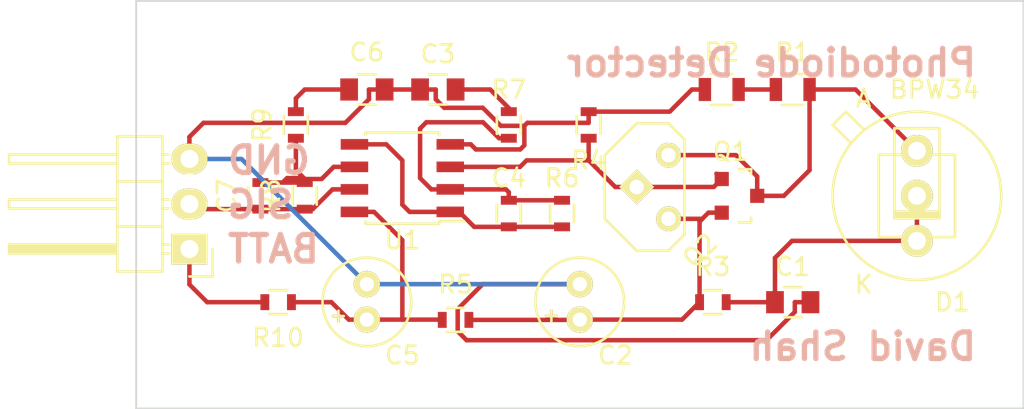
<source format=kicad_pcb>
(kicad_pcb (version 20171130) (host pcbnew "(5.1.12)-1")

  (general
    (thickness 1.6)
    (drawings 9)
    (tracks 134)
    (zones 0)
    (modules 22)
    (nets 15)
  )

  (page A4)
  (layers
    (0 F.Cu signal)
    (31 B.Cu signal)
    (32 B.Adhes user hide)
    (33 F.Adhes user hide)
    (34 B.Paste user hide)
    (35 F.Paste user hide)
    (36 B.SilkS user hide)
    (37 F.SilkS user hide)
    (38 B.Mask user hide)
    (39 F.Mask user hide)
    (40 Dwgs.User user hide)
    (41 Cmts.User user hide)
    (42 Eco1.User user hide)
    (43 Eco2.User user hide)
    (44 Edge.Cuts user)
    (45 Margin user hide)
    (46 B.CrtYd user hide)
    (47 F.CrtYd user hide)
    (48 B.Fab user hide)
    (49 F.Fab user hide)
  )

  (setup
    (last_trace_width 0.254)
    (trace_clearance 0.254)
    (zone_clearance 0.3)
    (zone_45_only no)
    (trace_min 0.254)
    (via_size 0.889)
    (via_drill 0.635)
    (via_min_size 0.889)
    (via_min_drill 0.508)
    (uvia_size 0.508)
    (uvia_drill 0.127)
    (uvias_allowed no)
    (uvia_min_size 0.508)
    (uvia_min_drill 0.127)
    (edge_width 0.1)
    (segment_width 0.2)
    (pcb_text_width 0.3)
    (pcb_text_size 1.5 1.5)
    (mod_edge_width 0.15)
    (mod_text_size 1 1)
    (mod_text_width 0.15)
    (pad_size 1.8 1.8)
    (pad_drill 1)
    (pad_to_mask_clearance 0)
    (aux_axis_origin 0 0)
    (visible_elements 7FFFFFFF)
    (pcbplotparams
      (layerselection 0x010f0_80000001)
      (usegerberextensions false)
      (usegerberattributes true)
      (usegerberadvancedattributes true)
      (creategerberjobfile true)
      (excludeedgelayer true)
      (linewidth 0.100000)
      (plotframeref false)
      (viasonmask false)
      (mode 1)
      (useauxorigin false)
      (hpglpennumber 1)
      (hpglpenspeed 20)
      (hpglpendiameter 15.000000)
      (psnegative false)
      (psa4output false)
      (plotreference true)
      (plotvalue false)
      (plotinvisibletext false)
      (padsonsilk false)
      (subtractmaskfromsilk false)
      (outputformat 1)
      (mirror false)
      (drillshape 0)
      (scaleselection 1)
      (outputdirectory "gerber/"))
  )

  (net 0 "")
  (net 1 /BIAS)
  (net 2 GND)
  (net 3 "Net-(C2-Pad1)")
  (net 4 "Net-(C3-Pad1)")
  (net 5 "Net-(C4-Pad1)")
  (net 6 "Net-(C4-Pad2)")
  (net 7 VCC)
  (net 8 "Net-(C6-Pad1)")
  (net 9 /SIG_OUT)
  (net 10 "Net-(C7-Pad2)")
  (net 11 /DIODE_OUT)
  (net 12 +BATT)
  (net 13 "Net-(Q1-Pad1)")
  (net 14 "Net-(R1-Pad1)")

  (net_class Default "This is the default net class."
    (clearance 0.254)
    (trace_width 0.254)
    (via_dia 0.889)
    (via_drill 0.635)
    (uvia_dia 0.508)
    (uvia_drill 0.127)
    (add_net +BATT)
    (add_net /BIAS)
    (add_net /DIODE_OUT)
    (add_net /SIG_OUT)
    (add_net GND)
    (add_net "Net-(C2-Pad1)")
    (add_net "Net-(C3-Pad1)")
    (add_net "Net-(C4-Pad1)")
    (add_net "Net-(C4-Pad2)")
    (add_net "Net-(C6-Pad1)")
    (add_net "Net-(C7-Pad2)")
    (add_net "Net-(Q1-Pad1)")
    (add_net "Net-(R1-Pad1)")
    (add_net VCC)
  )

  (module Capacitors_Elko_ThroughHole:Elko_vert_11x5mm_RM2 (layer F.Cu) (tedit 5514430B) (tstamp 55143364)
    (at 75 62 90)
    (descr "Electrolytic Capacitor, vertical, diameter 5mm, RM 2mm, radial,")
    (tags "Electrolytic Capacitor, vertical, diameter 5mm,  radial, RM 2mm, Elko, Electrolytkondensator, Kondensator gepolt, Durchmesser 5mm")
    (path /55142C91)
    (fp_text reference C2 (at -2 2 180) (layer F.SilkS)
      (effects (font (size 1 1) (thickness 0.15)))
    )
    (fp_text value 100u (at 1.016 5.08 90) (layer F.Fab)
      (effects (font (size 1 1) (thickness 0.15)))
    )
    (fp_circle (center 1.016 0) (end 3.51536 0) (layer F.SilkS) (width 0.15))
    (fp_line (start 0.2159 -1.6002) (end 0.2159 -1.89992) (layer F.Cu) (width 0.15))
    (fp_line (start -0.08382 -1.6002) (end 0.2159 -1.6002) (layer F.Cu) (width 0.15))
    (fp_line (start 0.2159 -1.6002) (end 0.51562 -1.6002) (layer F.Cu) (width 0.15))
    (fp_line (start 0.2159 -1.6002) (end 0.2159 -1.30048) (layer F.Cu) (width 0.15))
    (fp_line (start -0.08382 -1.6002) (end 0.51562 -1.6002) (layer F.SilkS) (width 0.15))
    (fp_line (start 0.2159 -1.89992) (end 0.2159 -1.30048) (layer F.SilkS) (width 0.15))
    (pad 1 thru_hole circle (at 0.01524 0 90) (size 1.48082 1.48082) (drill 0.8001) (layers *.Cu *.Mask F.SilkS)
      (net 3 "Net-(C2-Pad1)"))
    (pad 2 thru_hole circle (at 2.01676 0 90) (size 1.48082 1.48082) (drill 0.8001) (layers *.Cu *.Mask F.SilkS)
      (net 2 GND))
    (model Capacitors_Elko_ThroughHole.3dshapes/Elko_vert_11x5mm_RM2.wrl
      (at (xyz 0 0 0))
      (scale (xyz 1 1 1))
      (rotate (xyz 0 0 0))
    )
  )

  (module Capacitors_SMD:C_0805 (layer F.Cu) (tedit 7FFFFFFF) (tstamp 55143370)
    (at 67 49 180)
    (descr "Capacitor SMD 0805, reflow soldering, AVX (see smccp.pdf)")
    (tags "capacitor 0805")
    (path /551439FC)
    (attr smd)
    (fp_text reference C3 (at 0 2 180) (layer F.SilkS)
      (effects (font (size 1 1) (thickness 0.15)))
    )
    (fp_text value 100n (at 0 2.1 180) (layer F.Fab)
      (effects (font (size 1 1) (thickness 0.15)))
    )
    (fp_line (start -0.5 0.85) (end 0.5 0.85) (layer F.SilkS) (width 0.15))
    (fp_line (start 0.5 -0.85) (end -0.5 -0.85) (layer F.SilkS) (width 0.15))
    (fp_line (start 1.8 -1) (end 1.8 1) (layer F.CrtYd) (width 0.05))
    (fp_line (start -1.8 -1) (end -1.8 1) (layer F.CrtYd) (width 0.05))
    (fp_line (start -1.8 1) (end 1.8 1) (layer F.CrtYd) (width 0.05))
    (fp_line (start -1.8 -1) (end 1.8 -1) (layer F.CrtYd) (width 0.05))
    (pad 1 smd rect (at -1 0 180) (size 1 1.25) (layers F.Cu F.Paste F.Mask)
      (net 4 "Net-(C3-Pad1)"))
    (pad 2 smd rect (at 1 0 180) (size 1 1.25) (layers F.Cu F.Paste F.Mask)
      (net 2 GND))
    (model Capacitors_SMD.3dshapes/C_0805.wrl
      (at (xyz 0 0 0))
      (scale (xyz 1 1 1))
      (rotate (xyz 0 0 0))
    )
  )

  (module Capacitors_SMD:C_0805 (layer F.Cu) (tedit 5415D6EA) (tstamp 55143394)
    (at 63 49)
    (descr "Capacitor SMD 0805, reflow soldering, AVX (see smccp.pdf)")
    (tags "capacitor 0805")
    (path /55144511)
    (attr smd)
    (fp_text reference C6 (at 0 -2.1) (layer F.SilkS)
      (effects (font (size 1 1) (thickness 0.15)))
    )
    (fp_text value 100n (at 0 2.1) (layer F.Fab)
      (effects (font (size 1 1) (thickness 0.15)))
    )
    (fp_line (start -0.5 0.85) (end 0.5 0.85) (layer F.SilkS) (width 0.15))
    (fp_line (start 0.5 -0.85) (end -0.5 -0.85) (layer F.SilkS) (width 0.15))
    (fp_line (start 1.8 -1) (end 1.8 1) (layer F.CrtYd) (width 0.05))
    (fp_line (start -1.8 -1) (end -1.8 1) (layer F.CrtYd) (width 0.05))
    (fp_line (start -1.8 1) (end 1.8 1) (layer F.CrtYd) (width 0.05))
    (fp_line (start -1.8 -1) (end 1.8 -1) (layer F.CrtYd) (width 0.05))
    (pad 1 smd rect (at -1 0) (size 1 1.25) (layers F.Cu F.Paste F.Mask)
      (net 8 "Net-(C6-Pad1)"))
    (pad 2 smd rect (at 1 0) (size 1 1.25) (layers F.Cu F.Paste F.Mask)
      (net 2 GND))
    (model Capacitors_SMD.3dshapes/C_0805.wrl
      (at (xyz 0 0 0))
      (scale (xyz 1 1 1))
      (rotate (xyz 0 0 0))
    )
  )

  (module Housings_SOT-23_SOT-143_TSOT-6:SOT-23 (layer F.Cu) (tedit 55144301) (tstamp 551433FC)
    (at 84 55 270)
    (descr "SOT-23, Standard")
    (tags SOT-23)
    (path /55145420)
    (attr smd)
    (fp_text reference Q1 (at -2.5 0.5) (layer F.SilkS)
      (effects (font (size 1 1) (thickness 0.15)))
    )
    (fp_text value BF545 (at 0 3.81 270) (layer F.Fab)
      (effects (font (size 1 1) (thickness 0.15)))
    )
    (fp_line (start 1.49982 -0.65024) (end 1.49982 0.0508) (layer F.SilkS) (width 0.15))
    (fp_line (start 1.29916 -0.65024) (end 1.49982 -0.65024) (layer F.SilkS) (width 0.15))
    (fp_line (start -1.49982 -0.65024) (end -1.2509 -0.65024) (layer F.SilkS) (width 0.15))
    (fp_line (start -1.49982 0.0508) (end -1.49982 -0.65024) (layer F.SilkS) (width 0.15))
    (fp_line (start 1.29916 -0.65024) (end 1.2509 -0.65024) (layer F.SilkS) (width 0.15))
    (pad 1 smd rect (at -0.95 1.00076 270) (size 0.8001 0.8001) (layers F.Cu F.Paste F.Mask)
      (net 13 "Net-(Q1-Pad1)"))
    (pad 2 smd rect (at 0.95 1.00076 270) (size 0.8001 0.8001) (layers F.Cu F.Paste F.Mask)
      (net 3 "Net-(C2-Pad1)"))
    (pad 3 smd rect (at 0 -0.99822 270) (size 0.8001 0.8001) (layers F.Cu F.Paste F.Mask)
      (net 11 /DIODE_OUT))
    (model Housings_SOT-23_SOT-143_TSOT-6.3dshapes/SOT-23.wrl
      (at (xyz 0 0 0))
      (scale (xyz 1 1 1))
      (rotate (xyz 0 0 0))
    )
  )

  (module SOIC_Packages:SOIC-8_3.9x4.9mm_Pitch1.27mm (layer F.Cu) (tedit 54130A77) (tstamp 55143493)
    (at 65 54 180)
    (descr "8-Lead Plastic Small Outline (SN) - Narrow, 3.90 mm Body [SOIC] (see Microchip Packaging Specification 00000049BS.pdf)")
    (tags "SOIC 1.27")
    (path /5514345F)
    (attr smd)
    (fp_text reference U1 (at 0 -3.5 180) (layer F.SilkS)
      (effects (font (size 1 1) (thickness 0.15)))
    )
    (fp_text value LM358N (at 0 3.5 180) (layer F.Fab)
      (effects (font (size 1 1) (thickness 0.15)))
    )
    (fp_line (start -2.075 -2.43) (end -3.475 -2.43) (layer F.SilkS) (width 0.15))
    (fp_line (start -2.075 2.575) (end 2.075 2.575) (layer F.SilkS) (width 0.15))
    (fp_line (start -2.075 -2.575) (end 2.075 -2.575) (layer F.SilkS) (width 0.15))
    (fp_line (start -2.075 2.575) (end -2.075 2.43) (layer F.SilkS) (width 0.15))
    (fp_line (start 2.075 2.575) (end 2.075 2.43) (layer F.SilkS) (width 0.15))
    (fp_line (start 2.075 -2.575) (end 2.075 -2.43) (layer F.SilkS) (width 0.15))
    (fp_line (start -2.075 -2.575) (end -2.075 -2.43) (layer F.SilkS) (width 0.15))
    (fp_line (start -3.75 2.75) (end 3.75 2.75) (layer F.CrtYd) (width 0.05))
    (fp_line (start -3.75 -2.75) (end 3.75 -2.75) (layer F.CrtYd) (width 0.05))
    (fp_line (start 3.75 -2.75) (end 3.75 2.75) (layer F.CrtYd) (width 0.05))
    (fp_line (start -3.75 -2.75) (end -3.75 2.75) (layer F.CrtYd) (width 0.05))
    (pad 1 smd rect (at -2.7 -1.905 180) (size 1.55 0.6) (layers F.Cu F.Paste F.Mask)
      (net 5 "Net-(C4-Pad1)"))
    (pad 2 smd rect (at -2.7 -0.635 180) (size 1.55 0.6) (layers F.Cu F.Paste F.Mask)
      (net 6 "Net-(C4-Pad2)"))
    (pad 3 smd rect (at -2.7 0.635 180) (size 1.55 0.6) (layers F.Cu F.Paste F.Mask)
      (net 13 "Net-(Q1-Pad1)"))
    (pad 4 smd rect (at -2.7 1.905 180) (size 1.55 0.6) (layers F.Cu F.Paste F.Mask)
      (net 2 GND))
    (pad 5 smd rect (at 2.7 1.905 180) (size 1.55 0.6) (layers F.Cu F.Paste F.Mask)
      (net 5 "Net-(C4-Pad1)"))
    (pad 6 smd rect (at 2.7 0.635 180) (size 1.55 0.6) (layers F.Cu F.Paste F.Mask)
      (net 10 "Net-(C7-Pad2)"))
    (pad 7 smd rect (at 2.7 -0.635 180) (size 1.55 0.6) (layers F.Cu F.Paste F.Mask)
      (net 9 /SIG_OUT))
    (pad 8 smd rect (at 2.7 -1.905 180) (size 1.55 0.6) (layers F.Cu F.Paste F.Mask)
      (net 7 VCC))
    (model Housings_SOIC.3dshapes/SOIC-8_3.9x4.9mm_Pitch1.27mm.wrl
      (at (xyz 0 0 0))
      (scale (xyz 1 1 1))
      (rotate (xyz 0 0 0))
    )
  )

  (module Capacitors_SMD:C_0805 (layer F.Cu) (tedit 5524DC15) (tstamp 5514391E)
    (at 87 61)
    (descr "Capacitor SMD 0805, reflow soldering, AVX (see smccp.pdf)")
    (tags "capacitor 0805")
    (path /55142E07)
    (attr smd)
    (fp_text reference C1 (at 0 -2) (layer F.SilkS)
      (effects (font (size 1 1) (thickness 0.15)))
    )
    (fp_text value 100n (at 0 2.1) (layer F.Fab)
      (effects (font (size 1 1) (thickness 0.15)))
    )
    (fp_line (start -0.5 0.85) (end 0.5 0.85) (layer F.SilkS) (width 0.15))
    (fp_line (start 0.5 -0.85) (end -0.5 -0.85) (layer F.SilkS) (width 0.15))
    (fp_line (start 1.8 -1) (end 1.8 1) (layer F.CrtYd) (width 0.05))
    (fp_line (start -1.8 -1) (end -1.8 1) (layer F.CrtYd) (width 0.05))
    (fp_line (start -1.8 1) (end 1.8 1) (layer F.CrtYd) (width 0.05))
    (fp_line (start -1.8 -1) (end 1.8 -1) (layer F.CrtYd) (width 0.05))
    (pad 1 smd rect (at -1 0) (size 1 1.25) (layers F.Cu F.Paste F.Mask)
      (net 1 /BIAS))
    (pad 2 smd rect (at 1 0) (size 1 1.25) (layers F.Cu F.Paste F.Mask)
      (net 2 GND))
    (model Capacitors_SMD.3dshapes/C_0805.wrl
      (at (xyz 0 0 0))
      (scale (xyz 1 1 1))
      (rotate (xyz 0 0 0))
    )
  )

  (module Capacitors_Elko_ThroughHole:Elko_vert_11x5mm_RM2 (layer F.Cu) (tedit 55144337) (tstamp 55143A4B)
    (at 63 62 90)
    (descr "Electrolytic Capacitor, vertical, diameter 5mm, RM 2mm, radial,")
    (tags "Electrolytic Capacitor, vertical, diameter 5mm,  radial, RM 2mm, Elko, Electrolytkondensator, Kondensator gepolt, Durchmesser 5mm")
    (path /55142B2D)
    (fp_text reference C5 (at -2 2 180) (layer F.SilkS)
      (effects (font (size 1 1) (thickness 0.15)))
    )
    (fp_text value 100u (at 1.016 5.08 90) (layer F.Fab)
      (effects (font (size 1 1) (thickness 0.15)))
    )
    (fp_circle (center 1.016 0) (end 3.51536 0) (layer F.SilkS) (width 0.15))
    (fp_line (start 0.2159 -1.6002) (end 0.2159 -1.89992) (layer F.Cu) (width 0.15))
    (fp_line (start -0.08382 -1.6002) (end 0.2159 -1.6002) (layer F.Cu) (width 0.15))
    (fp_line (start 0.2159 -1.6002) (end 0.51562 -1.6002) (layer F.Cu) (width 0.15))
    (fp_line (start 0.2159 -1.6002) (end 0.2159 -1.30048) (layer F.Cu) (width 0.15))
    (fp_line (start -0.08382 -1.6002) (end 0.51562 -1.6002) (layer F.SilkS) (width 0.15))
    (fp_line (start 0.2159 -1.89992) (end 0.2159 -1.30048) (layer F.SilkS) (width 0.15))
    (pad 1 thru_hole circle (at 0.01524 0 90) (size 1.48082 1.48082) (drill 0.8001) (layers *.Cu *.Mask F.SilkS)
      (net 7 VCC))
    (pad 2 thru_hole circle (at 2.01676 0 90) (size 1.48082 1.48082) (drill 0.8001) (layers *.Cu *.Mask F.SilkS)
      (net 2 GND))
    (model Capacitors_Elko_ThroughHole.3dshapes/Elko_vert_11x5mm_RM2.wrl
      (at (xyz 0 0 0))
      (scale (xyz 1 1 1))
      (rotate (xyz 0 0 0))
    )
  )

  (module Resistors_SMD:R_0805 (layer F.Cu) (tedit 5415CDEB) (tstamp 55143935)
    (at 87 49)
    (descr "Resistor SMD 0805, reflow soldering, Vishay (see dcrcw.pdf)")
    (tags "resistor 0805")
    (path /55143095)
    (attr smd)
    (fp_text reference R1 (at 0 -2.1) (layer F.SilkS)
      (effects (font (size 1 1) (thickness 0.15)))
    )
    (fp_text value 10M (at 0 2.1) (layer F.Fab)
      (effects (font (size 1 1) (thickness 0.15)))
    )
    (fp_line (start -0.6 -0.875) (end 0.6 -0.875) (layer F.SilkS) (width 0.15))
    (fp_line (start 0.6 0.875) (end -0.6 0.875) (layer F.SilkS) (width 0.15))
    (fp_line (start 1.6 -1) (end 1.6 1) (layer F.CrtYd) (width 0.05))
    (fp_line (start -1.6 -1) (end -1.6 1) (layer F.CrtYd) (width 0.05))
    (fp_line (start -1.6 1) (end 1.6 1) (layer F.CrtYd) (width 0.05))
    (fp_line (start -1.6 -1) (end 1.6 -1) (layer F.CrtYd) (width 0.05))
    (pad 1 smd rect (at -0.95 0) (size 0.7 1.3) (layers F.Cu F.Paste F.Mask)
      (net 14 "Net-(R1-Pad1)"))
    (pad 2 smd rect (at 0.95 0) (size 0.7 1.3) (layers F.Cu F.Paste F.Mask)
      (net 11 /DIODE_OUT))
    (model Resistors_SMD.3dshapes/R_0805.wrl
      (at (xyz 0 0 0))
      (scale (xyz 1 1 1))
      (rotate (xyz 0 0 0))
    )
  )

  (module Resistors_SMD:R_0805 (layer F.Cu) (tedit 5415CDEB) (tstamp 55143940)
    (at 83 49)
    (descr "Resistor SMD 0805, reflow soldering, Vishay (see dcrcw.pdf)")
    (tags "resistor 0805")
    (path /5514312B)
    (attr smd)
    (fp_text reference R2 (at 0 -2.1) (layer F.SilkS)
      (effects (font (size 1 1) (thickness 0.15)))
    )
    (fp_text value 10M (at 0 2.1) (layer F.Fab)
      (effects (font (size 1 1) (thickness 0.15)))
    )
    (fp_line (start -0.6 -0.875) (end 0.6 -0.875) (layer F.SilkS) (width 0.15))
    (fp_line (start 0.6 0.875) (end -0.6 0.875) (layer F.SilkS) (width 0.15))
    (fp_line (start 1.6 -1) (end 1.6 1) (layer F.CrtYd) (width 0.05))
    (fp_line (start -1.6 -1) (end -1.6 1) (layer F.CrtYd) (width 0.05))
    (fp_line (start -1.6 1) (end 1.6 1) (layer F.CrtYd) (width 0.05))
    (fp_line (start -1.6 -1) (end 1.6 -1) (layer F.CrtYd) (width 0.05))
    (pad 1 smd rect (at -0.95 0) (size 0.7 1.3) (layers F.Cu F.Paste F.Mask)
      (net 2 GND))
    (pad 2 smd rect (at 0.95 0) (size 0.7 1.3) (layers F.Cu F.Paste F.Mask)
      (net 14 "Net-(R1-Pad1)"))
    (model Resistors_SMD.3dshapes/R_0805.wrl
      (at (xyz 0 0 0))
      (scale (xyz 1 1 1))
      (rotate (xyz 0 0 0))
    )
  )

  (module "Custom Parts:PHOTODIODE_MULTI" (layer F.Cu) (tedit 551442C9) (tstamp 5514443B)
    (at 94 55)
    (path /55142E89)
    (fp_text reference D1 (at 2 6) (layer F.SilkS)
      (effects (font (size 1 1) (thickness 0.15)))
    )
    (fp_text value BPW34 (at 1 -6) (layer F.SilkS)
      (effects (font (size 1 1) (thickness 0.15)))
    )
    (fp_circle (center 0 0) (end 4.75 0) (layer F.SilkS) (width 0.15))
    (fp_line (start 2.15 2.325) (end -2.125 2.325) (layer F.SilkS) (width 0.15))
    (fp_line (start 2.15 -2.325) (end 2.15 2.325) (layer F.SilkS) (width 0.15))
    (fp_line (start -2.15 -2.325) (end 2.15 -2.325) (layer F.SilkS) (width 0.15))
    (fp_line (start -2.15 -2.325) (end -2.15 2.325) (layer F.SilkS) (width 0.15))
    (fp_line (start -4.75 -4) (end -3.75 -3) (layer F.SilkS) (width 0.15))
    (fp_line (start -4 -4.75) (end -4.75 -4) (layer F.SilkS) (width 0.15))
    (fp_line (start -3 -3.75) (end -4 -4.75) (layer F.SilkS) (width 0.15))
    (fp_line (start 1.27 -3.81) (end 1.27 1.27) (layer F.SilkS) (width 0.15))
    (fp_line (start -1.27 -3.81) (end 1.27 -3.81) (layer F.SilkS) (width 0.15))
    (fp_line (start -1.27 1.27) (end -1.27 -3.81) (layer F.SilkS) (width 0.15))
    (fp_line (start 1.27 1.27) (end -1.27 1.27) (layer F.SilkS) (width 0.15))
    (fp_line (start -1.27 0.889) (end 1.27 0.889) (layer F.SilkS) (width 0.15))
    (fp_line (start 1.27 1.143) (end -1.27 1.143) (layer F.SilkS) (width 0.15))
    (fp_line (start 1.27 1.016) (end 1.27 1.143) (layer F.SilkS) (width 0.15))
    (fp_line (start -1.27 1.016) (end 1.27 1.016) (layer F.SilkS) (width 0.15))
    (fp_text user A (at -3 -5.5) (layer F.SilkS)
      (effects (font (size 1 1) (thickness 0.15)))
    )
    (fp_text user K (at -3 5) (layer F.SilkS)
      (effects (font (size 1 1) (thickness 0.15)))
    )
    (pad 1 thru_hole circle (at 0 -2.54) (size 1.8 1.8) (drill 1) (layers *.Cu *.Mask F.SilkS)
      (net 11 /DIODE_OUT))
    (pad 2 thru_hole circle (at 0 2.54) (size 1.8 1.8) (drill 1) (layers *.Cu *.Mask F.SilkS)
      (net 1 /BIAS))
    (pad 2 thru_hole circle (at 0 0) (size 1.8 1.8) (drill 1) (layers *.Cu *.Mask F.SilkS)
      (net 1 /BIAS))
  )

  (module Resistors_SMD:R_0603 (layer F.Cu) (tedit 5524DBFD) (tstamp 5524DC06)
    (at 71 56 90)
    (descr "Resistor SMD 0603, reflow soldering, Vishay (see dcrcw.pdf)")
    (tags "resistor 0603")
    (path /55143849)
    (attr smd)
    (fp_text reference C4 (at 2 0 180) (layer F.SilkS)
      (effects (font (size 1 1) (thickness 0.15)))
    )
    (fp_text value 47p (at 0 1.9 90) (layer F.Fab)
      (effects (font (size 1 1) (thickness 0.15)))
    )
    (fp_line (start -0.5 -0.675) (end 0.5 -0.675) (layer F.SilkS) (width 0.15))
    (fp_line (start 0.5 0.675) (end -0.5 0.675) (layer F.SilkS) (width 0.15))
    (fp_line (start 1.3 -0.8) (end 1.3 0.8) (layer F.CrtYd) (width 0.05))
    (fp_line (start -1.3 -0.8) (end -1.3 0.8) (layer F.CrtYd) (width 0.05))
    (fp_line (start -1.3 0.8) (end 1.3 0.8) (layer F.CrtYd) (width 0.05))
    (fp_line (start -1.3 -0.8) (end 1.3 -0.8) (layer F.CrtYd) (width 0.05))
    (pad 1 smd rect (at -0.75 0 90) (size 0.5 0.9) (layers F.Cu F.Paste F.Mask)
      (net 5 "Net-(C4-Pad1)"))
    (pad 2 smd rect (at 0.75 0 90) (size 0.5 0.9) (layers F.Cu F.Paste F.Mask)
      (net 6 "Net-(C4-Pad2)"))
    (model Resistors_SMD.3dshapes/R_0603.wrl
      (at (xyz 0 0 0))
      (scale (xyz 1 1 1))
      (rotate (xyz 0 0 0))
    )
  )

  (module Resistors_SMD:R_0603 (layer F.Cu) (tedit 5415CC62) (tstamp 5524DC11)
    (at 57 55 90)
    (descr "Resistor SMD 0603, reflow soldering, Vishay (see dcrcw.pdf)")
    (tags "resistor 0603")
    (path /551443FD)
    (attr smd)
    (fp_text reference C7 (at 0 -1.9 90) (layer F.SilkS)
      (effects (font (size 1 1) (thickness 0.15)))
    )
    (fp_text value 47p (at 0 1.9 90) (layer F.Fab)
      (effects (font (size 1 1) (thickness 0.15)))
    )
    (fp_line (start -0.5 -0.675) (end 0.5 -0.675) (layer F.SilkS) (width 0.15))
    (fp_line (start 0.5 0.675) (end -0.5 0.675) (layer F.SilkS) (width 0.15))
    (fp_line (start 1.3 -0.8) (end 1.3 0.8) (layer F.CrtYd) (width 0.05))
    (fp_line (start -1.3 -0.8) (end -1.3 0.8) (layer F.CrtYd) (width 0.05))
    (fp_line (start -1.3 0.8) (end 1.3 0.8) (layer F.CrtYd) (width 0.05))
    (fp_line (start -1.3 -0.8) (end 1.3 -0.8) (layer F.CrtYd) (width 0.05))
    (pad 1 smd rect (at -0.75 0 90) (size 0.5 0.9) (layers F.Cu F.Paste F.Mask)
      (net 9 /SIG_OUT))
    (pad 2 smd rect (at 0.75 0 90) (size 0.5 0.9) (layers F.Cu F.Paste F.Mask)
      (net 10 "Net-(C7-Pad2)"))
    (model Resistors_SMD.3dshapes/R_0603.wrl
      (at (xyz 0 0 0))
      (scale (xyz 1 1 1))
      (rotate (xyz 0 0 0))
    )
  )

  (module Resistors_SMD:R_0603 (layer F.Cu) (tedit 5524DC16) (tstamp 5524DC1C)
    (at 82.5 61)
    (descr "Resistor SMD 0603, reflow soldering, Vishay (see dcrcw.pdf)")
    (tags "resistor 0603")
    (path /55142D4F)
    (attr smd)
    (fp_text reference R3 (at 0 -2) (layer F.SilkS)
      (effects (font (size 1 1) (thickness 0.15)))
    )
    (fp_text value 1M (at 0 1.9) (layer F.Fab)
      (effects (font (size 1 1) (thickness 0.15)))
    )
    (fp_line (start -0.5 -0.675) (end 0.5 -0.675) (layer F.SilkS) (width 0.15))
    (fp_line (start 0.5 0.675) (end -0.5 0.675) (layer F.SilkS) (width 0.15))
    (fp_line (start 1.3 -0.8) (end 1.3 0.8) (layer F.CrtYd) (width 0.05))
    (fp_line (start -1.3 -0.8) (end -1.3 0.8) (layer F.CrtYd) (width 0.05))
    (fp_line (start -1.3 0.8) (end 1.3 0.8) (layer F.CrtYd) (width 0.05))
    (fp_line (start -1.3 -0.8) (end 1.3 -0.8) (layer F.CrtYd) (width 0.05))
    (pad 1 smd rect (at -0.75 0) (size 0.5 0.9) (layers F.Cu F.Paste F.Mask)
      (net 3 "Net-(C2-Pad1)"))
    (pad 2 smd rect (at 0.75 0) (size 0.5 0.9) (layers F.Cu F.Paste F.Mask)
      (net 1 /BIAS))
    (model Resistors_SMD.3dshapes/R_0603.wrl
      (at (xyz 0 0 0))
      (scale (xyz 1 1 1))
      (rotate (xyz 0 0 0))
    )
  )

  (module Resistors_SMD:R_0603 (layer F.Cu) (tedit 5524DC03) (tstamp 5524DC27)
    (at 75.5 51 270)
    (descr "Resistor SMD 0603, reflow soldering, Vishay (see dcrcw.pdf)")
    (tags "resistor 0603")
    (path /55143271)
    (attr smd)
    (fp_text reference R4 (at 2 0) (layer F.SilkS)
      (effects (font (size 1 1) (thickness 0.15)))
    )
    (fp_text value 4k7 (at 0 1.9 270) (layer F.Fab)
      (effects (font (size 1 1) (thickness 0.15)))
    )
    (fp_line (start -0.5 -0.675) (end 0.5 -0.675) (layer F.SilkS) (width 0.15))
    (fp_line (start 0.5 0.675) (end -0.5 0.675) (layer F.SilkS) (width 0.15))
    (fp_line (start 1.3 -0.8) (end 1.3 0.8) (layer F.CrtYd) (width 0.05))
    (fp_line (start -1.3 -0.8) (end -1.3 0.8) (layer F.CrtYd) (width 0.05))
    (fp_line (start -1.3 0.8) (end 1.3 0.8) (layer F.CrtYd) (width 0.05))
    (fp_line (start -1.3 -0.8) (end 1.3 -0.8) (layer F.CrtYd) (width 0.05))
    (pad 1 smd rect (at -0.75 0 270) (size 0.5 0.9) (layers F.Cu F.Paste F.Mask)
      (net 2 GND))
    (pad 2 smd rect (at 0.75 0 270) (size 0.5 0.9) (layers F.Cu F.Paste F.Mask)
      (net 13 "Net-(Q1-Pad1)"))
    (model Resistors_SMD.3dshapes/R_0603.wrl
      (at (xyz 0 0 0))
      (scale (xyz 1 1 1))
      (rotate (xyz 0 0 0))
    )
  )

  (module Resistors_SMD:R_0603 (layer F.Cu) (tedit 5524DBE3) (tstamp 5524DC32)
    (at 68 62)
    (descr "Resistor SMD 0603, reflow soldering, Vishay (see dcrcw.pdf)")
    (tags "resistor 0603")
    (path /55142BFB)
    (attr smd)
    (fp_text reference R5 (at 0 -2) (layer F.SilkS)
      (effects (font (size 1 1) (thickness 0.15)))
    )
    (fp_text value 1k (at 0 1.9) (layer F.Fab)
      (effects (font (size 1 1) (thickness 0.15)))
    )
    (fp_line (start -0.5 -0.675) (end 0.5 -0.675) (layer F.SilkS) (width 0.15))
    (fp_line (start 0.5 0.675) (end -0.5 0.675) (layer F.SilkS) (width 0.15))
    (fp_line (start 1.3 -0.8) (end 1.3 0.8) (layer F.CrtYd) (width 0.05))
    (fp_line (start -1.3 -0.8) (end -1.3 0.8) (layer F.CrtYd) (width 0.05))
    (fp_line (start -1.3 0.8) (end 1.3 0.8) (layer F.CrtYd) (width 0.05))
    (fp_line (start -1.3 -0.8) (end 1.3 -0.8) (layer F.CrtYd) (width 0.05))
    (pad 1 smd rect (at -0.75 0) (size 0.5 0.9) (layers F.Cu F.Paste F.Mask)
      (net 7 VCC))
    (pad 2 smd rect (at 0.75 0) (size 0.5 0.9) (layers F.Cu F.Paste F.Mask)
      (net 3 "Net-(C2-Pad1)"))
    (model Resistors_SMD.3dshapes/R_0603.wrl
      (at (xyz 0 0 0))
      (scale (xyz 1 1 1))
      (rotate (xyz 0 0 0))
    )
  )

  (module Resistors_SMD:R_0603 (layer F.Cu) (tedit 5524DBF5) (tstamp 5524DC3D)
    (at 74 56 90)
    (descr "Resistor SMD 0603, reflow soldering, Vishay (see dcrcw.pdf)")
    (tags "resistor 0603")
    (path /551436DE)
    (attr smd)
    (fp_text reference R6 (at 2 0 180) (layer F.SilkS)
      (effects (font (size 1 1) (thickness 0.15)))
    )
    (fp_text value 330k (at 0 1.9 90) (layer F.Fab)
      (effects (font (size 1 1) (thickness 0.15)))
    )
    (fp_line (start -0.5 -0.675) (end 0.5 -0.675) (layer F.SilkS) (width 0.15))
    (fp_line (start 0.5 0.675) (end -0.5 0.675) (layer F.SilkS) (width 0.15))
    (fp_line (start 1.3 -0.8) (end 1.3 0.8) (layer F.CrtYd) (width 0.05))
    (fp_line (start -1.3 -0.8) (end -1.3 0.8) (layer F.CrtYd) (width 0.05))
    (fp_line (start -1.3 0.8) (end 1.3 0.8) (layer F.CrtYd) (width 0.05))
    (fp_line (start -1.3 -0.8) (end 1.3 -0.8) (layer F.CrtYd) (width 0.05))
    (pad 1 smd rect (at -0.75 0 90) (size 0.5 0.9) (layers F.Cu F.Paste F.Mask)
      (net 5 "Net-(C4-Pad1)"))
    (pad 2 smd rect (at 0.75 0 90) (size 0.5 0.9) (layers F.Cu F.Paste F.Mask)
      (net 6 "Net-(C4-Pad2)"))
    (model Resistors_SMD.3dshapes/R_0603.wrl
      (at (xyz 0 0 0))
      (scale (xyz 1 1 1))
      (rotate (xyz 0 0 0))
    )
  )

  (module Resistors_SMD:R_0603 (layer F.Cu) (tedit 5524DBF9) (tstamp 5524DCCB)
    (at 71 51 90)
    (descr "Resistor SMD 0603, reflow soldering, Vishay (see dcrcw.pdf)")
    (tags "resistor 0603")
    (path /55143969)
    (attr smd)
    (fp_text reference R7 (at 2 0 180) (layer F.SilkS)
      (effects (font (size 1 1) (thickness 0.15)))
    )
    (fp_text value 10k (at 0 1.9 90) (layer F.Fab)
      (effects (font (size 1 1) (thickness 0.15)))
    )
    (fp_line (start -0.5 -0.675) (end 0.5 -0.675) (layer F.SilkS) (width 0.15))
    (fp_line (start 0.5 0.675) (end -0.5 0.675) (layer F.SilkS) (width 0.15))
    (fp_line (start 1.3 -0.8) (end 1.3 0.8) (layer F.CrtYd) (width 0.05))
    (fp_line (start -1.3 -0.8) (end -1.3 0.8) (layer F.CrtYd) (width 0.05))
    (fp_line (start -1.3 0.8) (end 1.3 0.8) (layer F.CrtYd) (width 0.05))
    (fp_line (start -1.3 -0.8) (end 1.3 -0.8) (layer F.CrtYd) (width 0.05))
    (pad 1 smd rect (at -0.75 0 90) (size 0.5 0.9) (layers F.Cu F.Paste F.Mask)
      (net 6 "Net-(C4-Pad2)"))
    (pad 2 smd rect (at 0.75 0 90) (size 0.5 0.9) (layers F.Cu F.Paste F.Mask)
      (net 4 "Net-(C3-Pad1)"))
    (model Resistors_SMD.3dshapes/R_0603.wrl
      (at (xyz 0 0 0))
      (scale (xyz 1 1 1))
      (rotate (xyz 0 0 0))
    )
  )

  (module Resistors_SMD:R_0603 (layer F.Cu) (tedit 5415CC62) (tstamp 5524DC53)
    (at 59.5 55 90)
    (descr "Resistor SMD 0603, reflow soldering, Vishay (see dcrcw.pdf)")
    (tags "resistor 0603")
    (path /55144184)
    (attr smd)
    (fp_text reference R8 (at 0 -1.9 90) (layer F.SilkS)
      (effects (font (size 1 1) (thickness 0.15)))
    )
    (fp_text value 330k (at 0 1.9 90) (layer F.Fab)
      (effects (font (size 1 1) (thickness 0.15)))
    )
    (fp_line (start -0.5 -0.675) (end 0.5 -0.675) (layer F.SilkS) (width 0.15))
    (fp_line (start 0.5 0.675) (end -0.5 0.675) (layer F.SilkS) (width 0.15))
    (fp_line (start 1.3 -0.8) (end 1.3 0.8) (layer F.CrtYd) (width 0.05))
    (fp_line (start -1.3 -0.8) (end -1.3 0.8) (layer F.CrtYd) (width 0.05))
    (fp_line (start -1.3 0.8) (end 1.3 0.8) (layer F.CrtYd) (width 0.05))
    (fp_line (start -1.3 -0.8) (end 1.3 -0.8) (layer F.CrtYd) (width 0.05))
    (pad 1 smd rect (at -0.75 0 90) (size 0.5 0.9) (layers F.Cu F.Paste F.Mask)
      (net 9 /SIG_OUT))
    (pad 2 smd rect (at 0.75 0 90) (size 0.5 0.9) (layers F.Cu F.Paste F.Mask)
      (net 10 "Net-(C7-Pad2)"))
    (model Resistors_SMD.3dshapes/R_0603.wrl
      (at (xyz 0 0 0))
      (scale (xyz 1 1 1))
      (rotate (xyz 0 0 0))
    )
  )

  (module Resistors_SMD:R_0603 (layer F.Cu) (tedit 5415CC62) (tstamp 5524DC5E)
    (at 59 51 90)
    (descr "Resistor SMD 0603, reflow soldering, Vishay (see dcrcw.pdf)")
    (tags "resistor 0603")
    (path /55144342)
    (attr smd)
    (fp_text reference R9 (at 0 -1.9 90) (layer F.SilkS)
      (effects (font (size 1 1) (thickness 0.15)))
    )
    (fp_text value 10k (at 0 1.9 90) (layer F.Fab)
      (effects (font (size 1 1) (thickness 0.15)))
    )
    (fp_line (start -0.5 -0.675) (end 0.5 -0.675) (layer F.SilkS) (width 0.15))
    (fp_line (start 0.5 0.675) (end -0.5 0.675) (layer F.SilkS) (width 0.15))
    (fp_line (start 1.3 -0.8) (end 1.3 0.8) (layer F.CrtYd) (width 0.05))
    (fp_line (start -1.3 -0.8) (end -1.3 0.8) (layer F.CrtYd) (width 0.05))
    (fp_line (start -1.3 0.8) (end 1.3 0.8) (layer F.CrtYd) (width 0.05))
    (fp_line (start -1.3 -0.8) (end 1.3 -0.8) (layer F.CrtYd) (width 0.05))
    (pad 1 smd rect (at -0.75 0 90) (size 0.5 0.9) (layers F.Cu F.Paste F.Mask)
      (net 10 "Net-(C7-Pad2)"))
    (pad 2 smd rect (at 0.75 0 90) (size 0.5 0.9) (layers F.Cu F.Paste F.Mask)
      (net 8 "Net-(C6-Pad1)"))
    (model Resistors_SMD.3dshapes/R_0603.wrl
      (at (xyz 0 0 0))
      (scale (xyz 1 1 1))
      (rotate (xyz 0 0 0))
    )
  )

  (module Resistors_SMD:R_0603 (layer F.Cu) (tedit 5524DBEC) (tstamp 5524DC69)
    (at 58 61)
    (descr "Resistor SMD 0603, reflow soldering, Vishay (see dcrcw.pdf)")
    (tags "resistor 0603")
    (path /55142AE9)
    (attr smd)
    (fp_text reference R10 (at 0 2) (layer F.SilkS)
      (effects (font (size 1 1) (thickness 0.15)))
    )
    (fp_text value 100 (at 0 1.9) (layer F.Fab)
      (effects (font (size 1 1) (thickness 0.15)))
    )
    (fp_line (start -0.5 -0.675) (end 0.5 -0.675) (layer F.SilkS) (width 0.15))
    (fp_line (start 0.5 0.675) (end -0.5 0.675) (layer F.SilkS) (width 0.15))
    (fp_line (start 1.3 -0.8) (end 1.3 0.8) (layer F.CrtYd) (width 0.05))
    (fp_line (start -1.3 -0.8) (end -1.3 0.8) (layer F.CrtYd) (width 0.05))
    (fp_line (start -1.3 0.8) (end 1.3 0.8) (layer F.CrtYd) (width 0.05))
    (fp_line (start -1.3 -0.8) (end 1.3 -0.8) (layer F.CrtYd) (width 0.05))
    (pad 1 smd rect (at -0.75 0) (size 0.5 0.9) (layers F.Cu F.Paste F.Mask)
      (net 12 +BATT))
    (pad 2 smd rect (at 0.75 0) (size 0.5 0.9) (layers F.Cu F.Paste F.Mask)
      (net 7 VCC))
    (model Resistors_SMD.3dshapes/R_0603.wrl
      (at (xyz 0 0 0))
      (scale (xyz 1 1 1))
      (rotate (xyz 0 0 0))
    )
  )

  (module Discret:TO92GSD (layer F.Cu) (tedit 5524DD49) (tstamp 5524DE35)
    (at 80 54.5 45)
    (descr "Transistor TO92 brochage type BC237")
    (tags "TR TO92")
    (path /5524E5FB)
    (fp_text reference Q2 (at -1.27 3.81 45) (layer F.SilkS)
      (effects (font (size 1 1) (thickness 0.15)))
    )
    (fp_text value FET_N (at -1.27 -5.08 45) (layer F.Fab)
      (effects (font (size 1 1) (thickness 0.15)))
    )
    (fp_line (start -2.54 2.54) (end -1.27 2.54) (layer F.SilkS) (width 0.15))
    (fp_line (start -3.81 1.27) (end -2.54 2.54) (layer F.SilkS) (width 0.15))
    (fp_line (start -3.81 -1.27) (end -3.81 1.27) (layer F.SilkS) (width 0.15))
    (fp_line (start -1.27 -3.81) (end -3.81 -1.27) (layer F.SilkS) (width 0.15))
    (fp_line (start 1.27 -3.81) (end -1.27 -3.81) (layer F.SilkS) (width 0.15))
    (fp_line (start 2.54 -2.54) (end 1.27 -3.81) (layer F.SilkS) (width 0.15))
    (fp_line (start 2.54 -1.27) (end 2.54 -2.54) (layer F.SilkS) (width 0.15))
    (fp_line (start -1.27 2.54) (end 2.54 -1.27) (layer F.SilkS) (width 0.15))
    (pad G thru_hole circle (at 1.27 -1.27 45) (size 1.397 1.397) (drill 0.8128) (layers *.Cu *.Mask F.SilkS)
      (net 11 /DIODE_OUT))
    (pad S thru_hole rect (at -1.27 -1.27 45) (size 1.397 1.397) (drill 0.8128) (layers *.Cu *.Mask F.SilkS)
      (net 13 "Net-(Q1-Pad1)"))
    (pad D thru_hole circle (at -1.27 1.27 45) (size 1.397 1.397) (drill 0.8128) (layers *.Cu *.Mask F.SilkS)
      (net 3 "Net-(C2-Pad1)"))
    (model Discret.3dshapes/TO92GSD.wrl
      (at (xyz 0 0 0))
      (scale (xyz 1 1 1))
      (rotate (xyz 0 0 0))
    )
  )

  (module Pin_Headers:Pin_Header_Angled_1x03 (layer F.Cu) (tedit 552B7595) (tstamp 552B7657)
    (at 53 58 180)
    (descr "Through hole pin header")
    (tags "pin header")
    (path /552B76E5)
    (fp_text reference P1 (at 0 -5.1 180) (layer F.SilkS) hide
      (effects (font (size 1 1) (thickness 0.15)))
    )
    (fp_text value CONN_01X03 (at 0 -3.1 180) (layer F.Fab)
      (effects (font (size 1 1) (thickness 0.15)))
    )
    (fp_line (start 1.524 6.35) (end 4.064 6.35) (layer F.SilkS) (width 0.15))
    (fp_line (start 1.524 1.27) (end 4.064 1.27) (layer F.SilkS) (width 0.15))
    (fp_line (start 1.524 1.27) (end 1.524 3.81) (layer F.SilkS) (width 0.15))
    (fp_line (start 1.524 3.81) (end 4.064 3.81) (layer F.SilkS) (width 0.15))
    (fp_line (start 4.064 2.286) (end 10.16 2.286) (layer F.SilkS) (width 0.15))
    (fp_line (start 10.16 2.286) (end 10.16 2.794) (layer F.SilkS) (width 0.15))
    (fp_line (start 10.16 2.794) (end 4.064 2.794) (layer F.SilkS) (width 0.15))
    (fp_line (start 4.064 3.81) (end 4.064 1.27) (layer F.SilkS) (width 0.15))
    (fp_line (start 4.064 6.35) (end 4.064 3.81) (layer F.SilkS) (width 0.15))
    (fp_line (start 10.16 5.334) (end 4.064 5.334) (layer F.SilkS) (width 0.15))
    (fp_line (start 10.16 4.826) (end 10.16 5.334) (layer F.SilkS) (width 0.15))
    (fp_line (start 4.064 4.826) (end 10.16 4.826) (layer F.SilkS) (width 0.15))
    (fp_line (start 1.524 3.81) (end 1.524 6.35) (layer F.SilkS) (width 0.15))
    (fp_line (start 1.524 3.81) (end 4.064 3.81) (layer F.SilkS) (width 0.15))
    (fp_line (start 1.524 -1.27) (end 4.064 -1.27) (layer F.SilkS) (width 0.15))
    (fp_line (start 1.524 -1.27) (end 1.524 1.27) (layer F.SilkS) (width 0.15))
    (fp_line (start 1.524 1.27) (end 4.064 1.27) (layer F.SilkS) (width 0.15))
    (fp_line (start 4.064 -0.254) (end 10.16 -0.254) (layer F.SilkS) (width 0.15))
    (fp_line (start 10.16 -0.254) (end 10.16 0.254) (layer F.SilkS) (width 0.15))
    (fp_line (start 10.16 0.254) (end 4.064 0.254) (layer F.SilkS) (width 0.15))
    (fp_line (start 4.064 1.27) (end 4.064 -1.27) (layer F.SilkS) (width 0.15))
    (fp_line (start 1.524 5.334) (end 1.143 5.334) (layer F.SilkS) (width 0.15))
    (fp_line (start 1.524 4.826) (end 1.143 4.826) (layer F.SilkS) (width 0.15))
    (fp_line (start 1.524 2.794) (end 1.143 2.794) (layer F.SilkS) (width 0.15))
    (fp_line (start 1.524 2.286) (end 1.143 2.286) (layer F.SilkS) (width 0.15))
    (fp_line (start 1.524 0.254) (end 1.143 0.254) (layer F.SilkS) (width 0.15))
    (fp_line (start 1.524 -0.254) (end 1.143 -0.254) (layer F.SilkS) (width 0.15))
    (fp_line (start 4.191 0) (end 10.033 0) (layer F.SilkS) (width 0.15))
    (fp_line (start 4.191 0.127) (end 4.191 0) (layer F.SilkS) (width 0.15))
    (fp_line (start 10.033 0.127) (end 4.191 0.127) (layer F.SilkS) (width 0.15))
    (fp_line (start 10.033 -0.127) (end 10.033 0.127) (layer F.SilkS) (width 0.15))
    (fp_line (start 4.191 -0.127) (end 10.033 -0.127) (layer F.SilkS) (width 0.15))
    (fp_line (start 0 -1.55) (end -1.3 -1.55) (layer F.SilkS) (width 0.15))
    (fp_line (start -1.3 -1.55) (end -1.3 0) (layer F.SilkS) (width 0.15))
    (fp_line (start -1.5 6.85) (end 10.65 6.85) (layer F.CrtYd) (width 0.05))
    (fp_line (start -1.5 -1.75) (end 10.65 -1.75) (layer F.CrtYd) (width 0.05))
    (fp_line (start 10.65 -1.75) (end 10.65 6.85) (layer F.CrtYd) (width 0.05))
    (fp_line (start -1.5 -1.75) (end -1.5 6.85) (layer F.CrtYd) (width 0.05))
    (pad 1 thru_hole rect (at 0 0 180) (size 2.032 1.7272) (drill 1.016) (layers *.Cu *.Mask F.SilkS)
      (net 12 +BATT))
    (pad 2 thru_hole oval (at 0 2.54 180) (size 2.032 1.7272) (drill 1.016) (layers *.Cu *.Mask F.SilkS)
      (net 9 /SIG_OUT))
    (pad 3 thru_hole oval (at 0 5.08 180) (size 2.032 1.7272) (drill 1.016) (layers *.Cu *.Mask F.SilkS)
      (net 2 GND))
    (model Pin_Headers.3dshapes/Pin_Header_Angled_1x03.wrl
      (offset (xyz 0 -2.539999961853027 0))
      (scale (xyz 1 1 1))
      (rotate (xyz 0 0 90))
    )
  )

  (gr_text "David Shah" (at 97.5 63.5) (layer B.SilkS)
    (effects (font (size 1.5 1.5) (thickness 0.3)) (justify left mirror))
  )
  (gr_text "Photodiode Detector" (at 97.5 47.5) (layer B.SilkS)
    (effects (font (size 1.5 1.5) (thickness 0.3)) (justify left mirror))
  )
  (gr_text BATT (at 55 58) (layer B.SilkS)
    (effects (font (size 1.5 1.5) (thickness 0.3)) (justify right mirror))
  )
  (gr_text SIG (at 55 55.5) (layer B.SilkS)
    (effects (font (size 1.5 1.5) (thickness 0.3)) (justify right mirror))
  )
  (gr_text GND (at 55 53) (layer B.SilkS)
    (effects (font (size 1.5 1.5) (thickness 0.3)) (justify right mirror))
  )
  (gr_line (start 100 44) (end 50 44) (angle 90) (layer Edge.Cuts) (width 0.1))
  (gr_line (start 100 67) (end 100 44) (angle 90) (layer Edge.Cuts) (width 0.1))
  (gr_line (start 50 67) (end 100 67) (angle 90) (layer Edge.Cuts) (width 0.1))
  (gr_line (start 50 44) (end 50 67) (angle 90) (layer Edge.Cuts) (width 0.1))

  (segment (start 94 57.54) (end 94 55) (width 0.254) (layer F.Cu) (net 1))
  (segment (start 86 61) (end 86 58.5) (width 0.254) (layer F.Cu) (net 1))
  (segment (start 86 58.5) (end 86.96 57.54) (width 0.254) (layer F.Cu) (net 1))
  (segment (start 86.96 57.54) (end 94 57.54) (width 0.254) (layer F.Cu) (net 1))
  (segment (start 86 61) (end 83.25 61) (width 0.254) (layer F.Cu) (net 1))
  (segment (start 63 59.9832) (end 75 59.9832) (width 0.254) (layer B.Cu) (net 2))
  (segment (start 53 52.92) (end 55.9368 52.92) (width 0.254) (layer B.Cu) (net 2))
  (segment (start 55.9368 52.92) (end 63 59.9832) (width 0.254) (layer B.Cu) (net 2))
  (segment (start 64 49) (end 63.1189 49) (width 0.254) (layer F.Cu) (net 2))
  (segment (start 63.1189 49) (end 63.1189 49.5507) (width 0.254) (layer F.Cu) (net 2))
  (segment (start 63.1189 49.5507) (end 61.7884 50.8812) (width 0.254) (layer F.Cu) (net 2))
  (segment (start 61.7884 50.8812) (end 53.7941 50.8812) (width 0.254) (layer F.Cu) (net 2))
  (segment (start 53.7941 50.8812) (end 53 51.6753) (width 0.254) (layer F.Cu) (net 2))
  (segment (start 53 52.92) (end 53 51.6753) (width 0.254) (layer F.Cu) (net 2))
  (segment (start 64 49) (end 66 49) (width 0.254) (layer F.Cu) (net 2))
  (segment (start 88 61) (end 87.1189 61) (width 0.254) (layer F.Cu) (net 2))
  (segment (start 87.1189 61) (end 87.1189 61.5507) (width 0.254) (layer F.Cu) (net 2))
  (segment (start 87.1189 61.5507) (end 85.5236 63.146) (width 0.254) (layer F.Cu) (net 2))
  (segment (start 85.5236 63.146) (end 68.6207 63.146) (width 0.254) (layer F.Cu) (net 2))
  (segment (start 68.6207 63.146) (end 68.1188 62.6441) (width 0.254) (layer F.Cu) (net 2))
  (segment (start 68.1188 62.6441) (end 68.1188 61.3919) (width 0.254) (layer F.Cu) (net 2))
  (segment (start 68.1188 61.3919) (end 69.5275 59.9832) (width 0.254) (layer F.Cu) (net 2))
  (segment (start 69.5275 59.9832) (end 75 59.9832) (width 0.254) (layer F.Cu) (net 2))
  (segment (start 71.8754 51.0505) (end 70.5508 51.0505) (width 0.254) (layer F.Cu) (net 2))
  (segment (start 70.5508 51.0505) (end 69.5322 50.0319) (width 0.254) (layer F.Cu) (net 2))
  (segment (start 69.5322 50.0319) (end 67.3623 50.0319) (width 0.254) (layer F.Cu) (net 2))
  (segment (start 67.3623 50.0319) (end 66.8811 49.5507) (width 0.254) (layer F.Cu) (net 2))
  (segment (start 66.8811 49.5507) (end 66.8811 49) (width 0.254) (layer F.Cu) (net 2))
  (segment (start 75.5 50.8811) (end 72.0448 50.8811) (width 0.254) (layer F.Cu) (net 2))
  (segment (start 72.0448 50.8811) (end 71.8754 51.0505) (width 0.254) (layer F.Cu) (net 2))
  (segment (start 71.8754 51.0505) (end 71.8754 52.1482) (width 0.254) (layer F.Cu) (net 2))
  (segment (start 71.8754 52.1482) (end 71.6424 52.3812) (width 0.254) (layer F.Cu) (net 2))
  (segment (start 71.6424 52.3812) (end 69.1423 52.3812) (width 0.254) (layer F.Cu) (net 2))
  (segment (start 69.1423 52.3812) (end 68.8561 52.095) (width 0.254) (layer F.Cu) (net 2))
  (segment (start 66 49) (end 66.8811 49) (width 0.254) (layer F.Cu) (net 2))
  (segment (start 67.7 52.095) (end 68.8561 52.095) (width 0.254) (layer F.Cu) (net 2))
  (segment (start 75.5 50.25) (end 75.5 50.8811) (width 0.254) (layer F.Cu) (net 2))
  (segment (start 81.3189 49) (end 80.0689 50.25) (width 0.254) (layer F.Cu) (net 2))
  (segment (start 80.0689 50.25) (end 75.5 50.25) (width 0.254) (layer F.Cu) (net 2))
  (segment (start 82.05 49) (end 81.3189 49) (width 0.254) (layer F.Cu) (net 2))
  (segment (start 68.95 62) (end 68.75 62) (width 0.254) (layer F.Cu) (net 3))
  (segment (start 68.95 62) (end 74.9848 62) (width 0.254) (layer F.Cu) (net 3))
  (segment (start 74.9848 62) (end 75 61.9848) (width 0.254) (layer F.Cu) (net 3))
  (segment (start 81.9039 56.2961) (end 81.75 56.45) (width 0.254) (layer F.Cu) (net 3))
  (segment (start 80 56.2961) (end 81.9039 56.2961) (width 0.254) (layer F.Cu) (net 3))
  (segment (start 81.9039 56.2961) (end 81.75 56.45) (width 0.254) (layer F.Cu) (net 3))
  (segment (start 75 61.9848) (end 80.7652 61.9848) (width 0.254) (layer F.Cu) (net 3))
  (segment (start 80.7652 61.9848) (end 81.75 61) (width 0.254) (layer F.Cu) (net 3))
  (segment (start 81.75 56.45) (end 81.75 61) (width 0.254) (layer F.Cu) (net 3))
  (segment (start 82.9992 55.95) (end 82.25 55.95) (width 0.254) (layer F.Cu) (net 3))
  (segment (start 82.25 55.95) (end 81.9039 56.2961) (width 0.254) (layer F.Cu) (net 3))
  (segment (start 71 50.05) (end 71 50.25) (width 0.254) (layer F.Cu) (net 4))
  (segment (start 68 49) (end 69.95 49) (width 0.254) (layer F.Cu) (net 4))
  (segment (start 69.95 49) (end 71 50.05) (width 0.254) (layer F.Cu) (net 4))
  (segment (start 67.905 55.905) (end 68.205 55.905) (width 0.254) (layer F.Cu) (net 5))
  (segment (start 68.205 55.905) (end 69.05 56.75) (width 0.254) (layer F.Cu) (net 5))
  (segment (start 69.05 56.75) (end 71 56.75) (width 0.254) (layer F.Cu) (net 5))
  (segment (start 67.7 55.905) (end 67.905 55.905) (width 0.254) (layer F.Cu) (net 5))
  (segment (start 62.3 52.095) (end 64.095 52.095) (width 0.254) (layer F.Cu) (net 5))
  (segment (start 64.095 52.095) (end 65 53) (width 0.254) (layer F.Cu) (net 5))
  (segment (start 65 53) (end 65 55.5) (width 0.254) (layer F.Cu) (net 5))
  (segment (start 65 55.5) (end 65.405 55.905) (width 0.254) (layer F.Cu) (net 5))
  (segment (start 65.405 55.905) (end 67.7 55.905) (width 0.254) (layer F.Cu) (net 5))
  (segment (start 67.7 55.905) (end 67.905 55.905) (width 0.254) (layer F.Cu) (net 5))
  (segment (start 71 56.75) (end 74 56.75) (width 0.254) (layer F.Cu) (net 5))
  (segment (start 71 51.75) (end 70.45 51.75) (width 0.254) (layer F.Cu) (net 6))
  (segment (start 70.45 51.75) (end 69.55 50.85) (width 0.254) (layer F.Cu) (net 6))
  (segment (start 69.55 50.85) (end 66.35 50.85) (width 0.254) (layer F.Cu) (net 6))
  (segment (start 66.35 50.85) (end 66 51.2) (width 0.254) (layer F.Cu) (net 6))
  (segment (start 66 51.2) (end 66 54) (width 0.254) (layer F.Cu) (net 6))
  (segment (start 66 54) (end 66.635 54.635) (width 0.254) (layer F.Cu) (net 6))
  (segment (start 66.635 54.635) (end 67.7 54.635) (width 0.254) (layer F.Cu) (net 6))
  (segment (start 74 55.25) (end 71 55.25) (width 0.254) (layer F.Cu) (net 6))
  (segment (start 67.7 54.635) (end 70.835 54.635) (width 0.254) (layer F.Cu) (net 6))
  (segment (start 70.835 54.635) (end 71 54.8) (width 0.254) (layer F.Cu) (net 6))
  (segment (start 71 54.8) (end 71 55.25) (width 0.254) (layer F.Cu) (net 6))
  (segment (start 67.0424 61.9924) (end 67.2424 61.9924) (width 0.254) (layer F.Cu) (net 7))
  (segment (start 67.2424 61.9924) (end 67.25 62) (width 0.254) (layer F.Cu) (net 7))
  (segment (start 67.0424 61.9924) (end 67.05 62) (width 0.254) (layer F.Cu) (net 7))
  (segment (start 65 61.9848) (end 67.0348 61.9848) (width 0.254) (layer F.Cu) (net 7))
  (segment (start 67.0348 61.9848) (end 67.0424 61.9924) (width 0.254) (layer F.Cu) (net 7))
  (segment (start 58.95 61) (end 58.75 61) (width 0.254) (layer F.Cu) (net 7))
  (segment (start 63 61.9848) (end 61.9848 61.9848) (width 0.254) (layer F.Cu) (net 7))
  (segment (start 61.9848 61.9848) (end 61 61) (width 0.254) (layer F.Cu) (net 7))
  (segment (start 61 61) (end 58.95 61) (width 0.254) (layer F.Cu) (net 7))
  (segment (start 62.3 55.905) (end 63.405 55.905) (width 0.254) (layer F.Cu) (net 7))
  (segment (start 63.405 55.905) (end 65 57.5) (width 0.254) (layer F.Cu) (net 7))
  (segment (start 65 57.5) (end 65 61.9848) (width 0.254) (layer F.Cu) (net 7))
  (segment (start 63 61.9848) (end 65 61.9848) (width 0.254) (layer F.Cu) (net 7))
  (segment (start 59 50.05) (end 59 50.25) (width 0.254) (layer F.Cu) (net 8))
  (segment (start 59 50.05) (end 59 49.5) (width 0.254) (layer F.Cu) (net 8))
  (segment (start 59 49.5) (end 59.5 49) (width 0.254) (layer F.Cu) (net 8))
  (segment (start 59.5 49) (end 62 49) (width 0.254) (layer F.Cu) (net 8))
  (segment (start 62.3 54.635) (end 61.065 54.635) (width 0.254) (layer F.Cu) (net 9))
  (segment (start 61.065 54.635) (end 59.95 55.75) (width 0.254) (layer F.Cu) (net 9))
  (segment (start 59.95 55.75) (end 59.5 55.75) (width 0.254) (layer F.Cu) (net 9))
  (segment (start 59.5 55.75) (end 57 55.75) (width 0.254) (layer F.Cu) (net 9))
  (segment (start 57 55.75) (end 53.29 55.75) (width 0.254) (layer F.Cu) (net 9))
  (segment (start 53.29 55.75) (end 53 55.46) (width 0.254) (layer F.Cu) (net 9))
  (segment (start 58.25 54.25) (end 58.5 54) (width 0.254) (layer F.Cu) (net 10))
  (segment (start 58.5 54) (end 59.45 54) (width 0.254) (layer F.Cu) (net 10))
  (segment (start 58.25 54.25) (end 59.5 54.25) (width 0.254) (layer F.Cu) (net 10))
  (segment (start 57 54.25) (end 58.25 54.25) (width 0.254) (layer F.Cu) (net 10))
  (segment (start 59 51.95) (end 59 51.75) (width 0.254) (layer F.Cu) (net 10))
  (segment (start 59 51.95) (end 59 53.55) (width 0.254) (layer F.Cu) (net 10))
  (segment (start 59 53.55) (end 59.45 54) (width 0.254) (layer F.Cu) (net 10))
  (segment (start 59.45 54) (end 59.5 54.05) (width 0.254) (layer F.Cu) (net 10))
  (segment (start 59.5 54.05) (end 60.45 54.05) (width 0.254) (layer F.Cu) (net 10))
  (segment (start 60.45 54.05) (end 61.135 53.365) (width 0.254) (layer F.Cu) (net 10))
  (segment (start 61.135 53.365) (end 62.3 53.365) (width 0.254) (layer F.Cu) (net 10))
  (segment (start 59.45 54) (end 59.5 54.05) (width 0.254) (layer F.Cu) (net 10))
  (segment (start 80 52.7039) (end 83.7961 52.7039) (width 0.254) (layer F.Cu) (net 11))
  (segment (start 83.7961 52.7039) (end 84.9982 53.9061) (width 0.254) (layer F.Cu) (net 11))
  (segment (start 84.9982 53.9061) (end 84.9982 55) (width 0.254) (layer F.Cu) (net 11))
  (segment (start 87.95 49) (end 90.54 49) (width 0.254) (layer F.Cu) (net 11))
  (segment (start 90.54 49) (end 94 52.46) (width 0.254) (layer F.Cu) (net 11))
  (segment (start 84.9982 55) (end 86.5 55) (width 0.254) (layer F.Cu) (net 11))
  (segment (start 86.5 55) (end 87.95 53.55) (width 0.254) (layer F.Cu) (net 11))
  (segment (start 87.95 53.55) (end 87.95 49) (width 0.254) (layer F.Cu) (net 11))
  (segment (start 53 58) (end 53 60) (width 0.254) (layer F.Cu) (net 12))
  (segment (start 53 60) (end 54 61) (width 0.254) (layer F.Cu) (net 12))
  (segment (start 54 61) (end 57.25 61) (width 0.254) (layer F.Cu) (net 12))
  (segment (start 82.8992 53.95) (end 82.9992 54.05) (width 0.254) (layer F.Cu) (net 13))
  (segment (start 82.6992 53.75) (end 82.8992 53.95) (width 0.254) (layer F.Cu) (net 13))
  (segment (start 75.5 53) (end 75.5 51.75) (width 0.254) (layer F.Cu) (net 13))
  (segment (start 75.5 53) (end 72 53) (width 0.254) (layer F.Cu) (net 13))
  (segment (start 72 53) (end 71.635 53.365) (width 0.254) (layer F.Cu) (net 13))
  (segment (start 71.635 53.365) (end 67.7 53.365) (width 0.254) (layer F.Cu) (net 13))
  (segment (start 78.2039 54.5) (end 77 54.5) (width 0.254) (layer F.Cu) (net 13))
  (segment (start 77 54.5) (end 75.5 53) (width 0.254) (layer F.Cu) (net 13))
  (segment (start 78.2039 54.5) (end 82.5492 54.5) (width 0.254) (layer F.Cu) (net 13))
  (segment (start 82.5492 54.5) (end 82.9992 54.05) (width 0.254) (layer F.Cu) (net 13))
  (segment (start 82.8992 53.95) (end 82.9992 54.05) (width 0.254) (layer F.Cu) (net 13))
  (segment (start 86.05 49) (end 83.95 49) (width 0.254) (layer F.Cu) (net 14))

)

</source>
